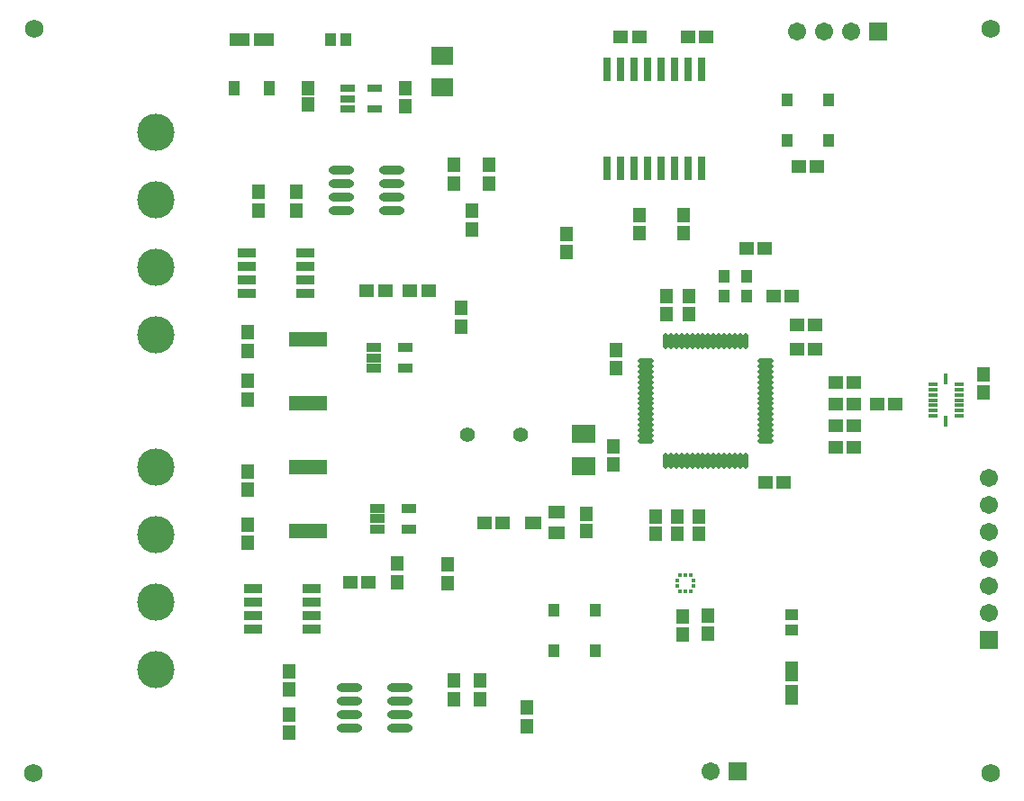
<source format=gts>
G04*
G04 #@! TF.GenerationSoftware,Altium Limited,Altium Designer,19.0.14 (431)*
G04*
G04 Layer_Color=8388736*
%FSLAX25Y25*%
%MOIN*%
G70*
G01*
G75*
%ADD44R,0.05524X0.04934*%
%ADD45R,0.04343X0.04737*%
%ADD46R,0.06312X0.04737*%
%ADD47R,0.04737X0.05328*%
%ADD48R,0.05328X0.04737*%
%ADD49R,0.04343X0.04934*%
%ADD50R,0.07493X0.04934*%
%ADD51R,0.04934X0.05524*%
%ADD52R,0.06706X0.03556*%
%ADD53R,0.13989X0.05721*%
%ADD54O,0.09461X0.03162*%
%ADD55R,0.05524X0.03359*%
%ADD56R,0.08674X0.06902*%
%ADD57R,0.03084X0.08832*%
%ADD58R,0.01575X0.01772*%
%ADD59R,0.01772X0.01575*%
%ADD60R,0.03642X0.01575*%
%ADD61R,0.01772X0.03839*%
%ADD62R,0.05564X0.03123*%
%ADD63O,0.05918X0.01981*%
%ADD64O,0.01981X0.05918*%
%ADD65R,0.04934X0.04343*%
%ADD66R,0.04934X0.07493*%
%ADD67R,0.04202X0.05403*%
%ADD68R,0.08280X0.06902*%
%ADD69C,0.05556*%
%ADD70C,0.13800*%
%ADD71C,0.06706*%
%ADD72R,0.06706X0.06706*%
%ADD73C,0.06800*%
%ADD74R,0.06706X0.06706*%
D44*
X285653Y188500D02*
D03*
X292347D02*
D03*
X260846Y284500D02*
D03*
X254153D02*
D03*
X324153Y148500D02*
D03*
X330847D02*
D03*
X300946Y177700D02*
D03*
X294253D02*
D03*
X300946Y168700D02*
D03*
X294253D02*
D03*
X289347Y119500D02*
D03*
X282653D02*
D03*
X301847Y236500D02*
D03*
X295153D02*
D03*
D45*
X275634Y188260D02*
D03*
X267366D02*
D03*
Y195740D02*
D03*
X275634D02*
D03*
X306177Y261079D02*
D03*
Y245921D02*
D03*
X290823D02*
D03*
Y261079D02*
D03*
X219677Y56921D02*
D03*
Y72079D02*
D03*
X204323D02*
D03*
Y56921D02*
D03*
D46*
X196669Y104500D02*
D03*
X205331Y108240D02*
D03*
Y100760D02*
D03*
D47*
X165000Y82055D02*
D03*
Y88945D02*
D03*
X236000Y211752D02*
D03*
Y218248D02*
D03*
X177000Y45945D02*
D03*
Y39055D02*
D03*
X216500Y101252D02*
D03*
Y107748D02*
D03*
X194500Y29055D02*
D03*
Y35945D02*
D03*
X106500Y42555D02*
D03*
Y49445D02*
D03*
X146406Y89315D02*
D03*
Y82425D02*
D03*
X91000Y123445D02*
D03*
Y116555D02*
D03*
X90906Y103815D02*
D03*
Y96925D02*
D03*
X167500Y39055D02*
D03*
Y45945D02*
D03*
Y230055D02*
D03*
Y236945D02*
D03*
X180500Y230055D02*
D03*
Y236945D02*
D03*
X170000Y177055D02*
D03*
Y183945D02*
D03*
X209000Y204752D02*
D03*
Y211248D02*
D03*
X250000Y100252D02*
D03*
Y106748D02*
D03*
X258000Y100252D02*
D03*
Y106748D02*
D03*
X242000Y100252D02*
D03*
Y106748D02*
D03*
X252500Y211752D02*
D03*
Y218248D02*
D03*
X91000Y168055D02*
D03*
Y174945D02*
D03*
X95000Y226945D02*
D03*
Y220055D02*
D03*
X91000Y150000D02*
D03*
Y156890D02*
D03*
X174000Y219945D02*
D03*
Y213055D02*
D03*
D48*
X135850Y82370D02*
D03*
X128961D02*
D03*
X275752Y206000D02*
D03*
X282248D02*
D03*
X308752Y140500D02*
D03*
X315248D02*
D03*
X185248Y104500D02*
D03*
X178752D02*
D03*
X235945Y284500D02*
D03*
X229055D02*
D03*
X308752Y148500D02*
D03*
X315248D02*
D03*
X308752Y132500D02*
D03*
X315248D02*
D03*
X315445Y156500D02*
D03*
X308555D02*
D03*
X141945Y190500D02*
D03*
X135055D02*
D03*
X157945Y190500D02*
D03*
X151055D02*
D03*
D49*
X127256Y283500D02*
D03*
X121744D02*
D03*
D50*
X88071D02*
D03*
X96929D02*
D03*
D51*
X106500Y33347D02*
D03*
Y26654D02*
D03*
X252000Y63153D02*
D03*
Y69846D02*
D03*
X261500Y63307D02*
D03*
Y70000D02*
D03*
X363500Y159346D02*
D03*
Y152654D02*
D03*
X246000Y181653D02*
D03*
Y188347D02*
D03*
X254500Y181653D02*
D03*
Y188347D02*
D03*
X227500Y168347D02*
D03*
Y161653D02*
D03*
X226500Y126154D02*
D03*
Y132846D02*
D03*
X113500Y259298D02*
D03*
Y265347D02*
D03*
X149500Y265346D02*
D03*
Y258654D02*
D03*
X109000Y226847D02*
D03*
Y220153D02*
D03*
D52*
X92980Y79870D02*
D03*
Y74870D02*
D03*
Y69870D02*
D03*
Y64870D02*
D03*
X114831D02*
D03*
Y69870D02*
D03*
Y74870D02*
D03*
Y79870D02*
D03*
X90575Y204500D02*
D03*
Y199500D02*
D03*
Y194500D02*
D03*
Y189500D02*
D03*
X112425D02*
D03*
Y194500D02*
D03*
Y199500D02*
D03*
Y204500D02*
D03*
D53*
X113500Y101378D02*
D03*
Y125000D02*
D03*
X113500Y172311D02*
D03*
Y148689D02*
D03*
D54*
X147449Y28500D02*
D03*
Y33500D02*
D03*
Y38500D02*
D03*
Y43500D02*
D03*
X128551Y28500D02*
D03*
Y33500D02*
D03*
Y38500D02*
D03*
Y43500D02*
D03*
X125551Y235000D02*
D03*
Y230000D02*
D03*
Y225000D02*
D03*
Y220000D02*
D03*
X144449Y235000D02*
D03*
Y230000D02*
D03*
Y225000D02*
D03*
Y220000D02*
D03*
D55*
X139098Y109610D02*
D03*
Y105870D02*
D03*
Y102130D02*
D03*
X150713D02*
D03*
Y109610D02*
D03*
X137693Y169240D02*
D03*
Y165500D02*
D03*
Y161760D02*
D03*
X149307D02*
D03*
Y169240D02*
D03*
D56*
X215500Y125496D02*
D03*
Y137504D02*
D03*
D57*
X259000Y235846D02*
D03*
X254000D02*
D03*
X249000D02*
D03*
X244000D02*
D03*
X239000D02*
D03*
X234000D02*
D03*
X229000D02*
D03*
X224000D02*
D03*
Y272500D02*
D03*
X229000D02*
D03*
X234000D02*
D03*
X239000D02*
D03*
X244000D02*
D03*
X249000D02*
D03*
X254000D02*
D03*
X259000D02*
D03*
D58*
X254969Y78988D02*
D03*
X253000D02*
D03*
X251031D02*
D03*
Y85012D02*
D03*
X253000D02*
D03*
X254969D02*
D03*
D59*
X249988Y81016D02*
D03*
Y82984D02*
D03*
X256012D02*
D03*
Y81016D02*
D03*
D60*
X354321Y143940D02*
D03*
Y145909D02*
D03*
Y147877D02*
D03*
Y149846D02*
D03*
Y151814D02*
D03*
Y153783D02*
D03*
X344754Y143940D02*
D03*
Y145909D02*
D03*
Y147877D02*
D03*
Y149846D02*
D03*
Y151814D02*
D03*
Y153783D02*
D03*
X354321Y155751D02*
D03*
X344754D02*
D03*
D61*
X349538Y142110D02*
D03*
Y157582D02*
D03*
D62*
X137941Y265240D02*
D03*
Y257760D02*
D03*
X128059D02*
D03*
Y261500D02*
D03*
Y265240D02*
D03*
D63*
X282744Y164264D02*
D03*
Y162295D02*
D03*
Y160327D02*
D03*
Y158358D02*
D03*
Y156390D02*
D03*
Y154421D02*
D03*
Y152453D02*
D03*
Y150484D02*
D03*
Y148516D02*
D03*
Y146547D02*
D03*
Y144579D02*
D03*
Y142610D02*
D03*
Y140642D02*
D03*
Y138673D02*
D03*
Y136705D02*
D03*
Y134736D02*
D03*
X238256D02*
D03*
Y136705D02*
D03*
Y138673D02*
D03*
Y140642D02*
D03*
Y142610D02*
D03*
Y144579D02*
D03*
Y146547D02*
D03*
Y148516D02*
D03*
Y150484D02*
D03*
Y152453D02*
D03*
Y154421D02*
D03*
Y156390D02*
D03*
Y158358D02*
D03*
Y160327D02*
D03*
Y162295D02*
D03*
Y164264D02*
D03*
D64*
X275264Y127256D02*
D03*
X273295D02*
D03*
X271327D02*
D03*
X269358D02*
D03*
X267390D02*
D03*
X265421D02*
D03*
X263453D02*
D03*
X261484D02*
D03*
X259516D02*
D03*
X257547D02*
D03*
X255579D02*
D03*
X253610D02*
D03*
X251642D02*
D03*
X249673D02*
D03*
X247705D02*
D03*
X245736D02*
D03*
Y171744D02*
D03*
X247705D02*
D03*
X249673D02*
D03*
X251642D02*
D03*
X253610D02*
D03*
X255579D02*
D03*
X257547D02*
D03*
X259516D02*
D03*
X261484D02*
D03*
X263453D02*
D03*
X265421D02*
D03*
X267390D02*
D03*
X269358D02*
D03*
X271327D02*
D03*
X273295D02*
D03*
X275264D02*
D03*
D65*
X292500Y70256D02*
D03*
Y64744D02*
D03*
D66*
X292500Y49429D02*
D03*
Y40571D02*
D03*
D67*
X86053Y265500D02*
D03*
X98947D02*
D03*
D68*
X163000Y277307D02*
D03*
Y265693D02*
D03*
D69*
X172315Y137000D02*
D03*
X192000D02*
D03*
D70*
X57000Y125000D02*
D03*
Y100000D02*
D03*
Y75000D02*
D03*
Y50000D02*
D03*
Y249000D02*
D03*
Y224000D02*
D03*
Y199000D02*
D03*
Y174000D02*
D03*
D71*
X262500Y12500D02*
D03*
X294500Y286500D02*
D03*
X304500D02*
D03*
X314500D02*
D03*
X365500Y121000D02*
D03*
Y111000D02*
D03*
Y101000D02*
D03*
Y91000D02*
D03*
Y71000D02*
D03*
Y81000D02*
D03*
D72*
X272500Y12500D02*
D03*
X324500Y286500D02*
D03*
D73*
X11811Y11811D02*
D03*
X12000Y287500D02*
D03*
X366142Y11811D02*
D03*
X366000Y287500D02*
D03*
D74*
X365500Y61000D02*
D03*
M02*

</source>
